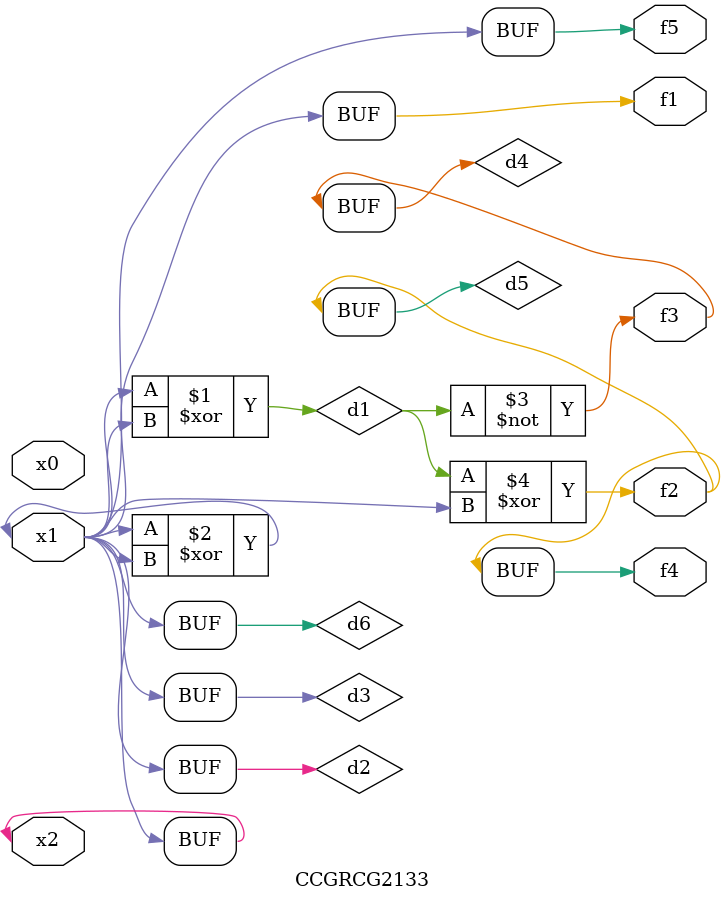
<source format=v>
module CCGRCG2133(
	input x0, x1, x2,
	output f1, f2, f3, f4, f5
);

	wire d1, d2, d3, d4, d5, d6;

	xor (d1, x1, x2);
	buf (d2, x1, x2);
	xor (d3, x1, x2);
	nor (d4, d1);
	xor (d5, d1, d2);
	buf (d6, d2, d3);
	assign f1 = d6;
	assign f2 = d5;
	assign f3 = d4;
	assign f4 = d5;
	assign f5 = d6;
endmodule

</source>
